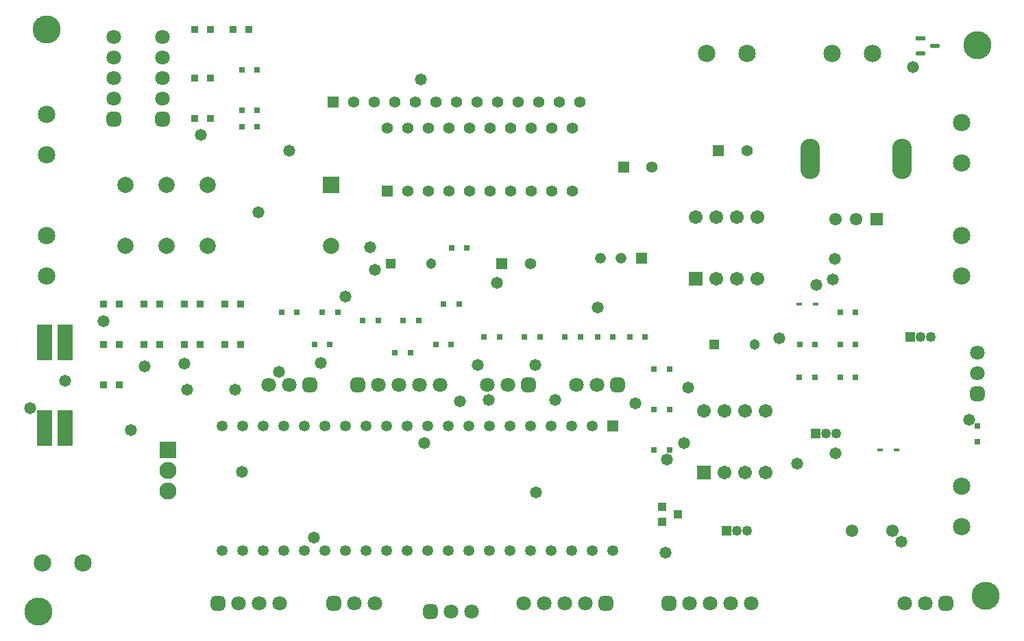
<source format=gts>
G04*
G04 #@! TF.GenerationSoftware,Altium Limited,Altium Designer,24.2.2 (26)*
G04*
G04 Layer_Color=8388736*
%FSLAX44Y44*%
%MOMM*%
G71*
G04*
G04 #@! TF.SameCoordinates,10A94CF6-3787-4B2F-9572-986175F5FC9A*
G04*
G04*
G04 #@! TF.FilePolarity,Negative*
G04*
G01*
G75*
%ADD17R,0.8532X0.8532*%
%ADD18R,0.8032X0.8032*%
%ADD19R,1.9832X4.4732*%
G04:AMPARAMS|DCode=20|XSize=1.2242mm|YSize=0.538mm|CornerRadius=0.269mm|HoleSize=0mm|Usage=FLASHONLY|Rotation=0.000|XOffset=0mm|YOffset=0mm|HoleType=Round|Shape=RoundedRectangle|*
%AMROUNDEDRECTD20*
21,1,1.2242,0.0000,0,0,0.0*
21,1,0.6863,0.5380,0,0,0.0*
1,1,0.5380,0.3431,0.0000*
1,1,0.5380,-0.3431,0.0000*
1,1,0.5380,-0.3431,0.0000*
1,1,0.5380,0.3431,0.0000*
%
%ADD20ROUNDEDRECTD20*%
%ADD21R,1.2242X0.5380*%
%ADD22R,0.8032X0.8032*%
%ADD23R,0.7100X0.4030*%
%ADD24R,1.1032X1.0032*%
%ADD25R,1.4032X1.4032*%
%ADD26C,1.4032*%
%ADD27C,2.1532*%
G04:AMPARAMS|DCode=28|XSize=2.4mm|YSize=5mm|CornerRadius=1.2mm|HoleSize=0mm|Usage=FLASHONLY|Rotation=180.000|XOffset=0mm|YOffset=0mm|HoleType=Round|Shape=RoundedRectangle|*
%AMROUNDEDRECTD28*
21,1,2.4000,2.6000,0,0,180.0*
21,1,0.0000,5.0000,0,0,180.0*
1,1,2.4000,0.0000,1.3000*
1,1,2.4000,0.0000,1.3000*
1,1,2.4000,0.0000,-1.3000*
1,1,2.4000,0.0000,-1.3000*
%
%ADD28ROUNDEDRECTD28*%
%ADD29C,1.5500*%
%ADD30R,1.5500X1.5500*%
%ADD31R,1.3932X1.3932*%
%ADD32C,1.3932*%
%ADD33C,1.8032*%
G04:AMPARAMS|DCode=34|XSize=1.8032mm|YSize=1.8032mm|CornerRadius=0.5016mm|HoleSize=0mm|Usage=FLASHONLY|Rotation=90.000|XOffset=0mm|YOffset=0mm|HoleType=Round|Shape=RoundedRectangle|*
%AMROUNDEDRECTD34*
21,1,1.8032,0.8000,0,0,90.0*
21,1,0.8000,1.8032,0,0,90.0*
1,1,1.0032,0.4000,0.4000*
1,1,1.0032,0.4000,-0.4000*
1,1,1.0032,-0.4000,-0.4000*
1,1,1.0032,-0.4000,0.4000*
%
%ADD34ROUNDEDRECTD34*%
%ADD35C,1.3032*%
%ADD36R,1.3032X1.3032*%
%ADD37C,1.7032*%
%ADD38R,1.7032X1.7032*%
%ADD39C,1.2532*%
%ADD40R,1.2532X1.2532*%
%ADD41C,2.1232*%
%ADD42R,2.1232X2.1232*%
G04:AMPARAMS|DCode=43|XSize=1.8032mm|YSize=1.8032mm|CornerRadius=0.5016mm|HoleSize=0mm|Usage=FLASHONLY|Rotation=180.000|XOffset=0mm|YOffset=0mm|HoleType=Round|Shape=RoundedRectangle|*
%AMROUNDEDRECTD43*
21,1,1.8032,0.8000,0,0,180.0*
21,1,0.8000,1.8032,0,0,180.0*
1,1,1.0032,-0.4000,0.4000*
1,1,1.0032,0.4000,0.4000*
1,1,1.0032,0.4000,-0.4000*
1,1,1.0032,-0.4000,-0.4000*
%
%ADD43ROUNDEDRECTD43*%
%ADD44C,1.3332*%
%ADD45R,1.3332X1.3332*%
%ADD46R,2.0000X2.0000*%
%ADD47C,2.0000*%
%ADD48C,1.5532*%
%ADD49C,1.3500*%
%ADD50R,1.3500X1.3500*%
%ADD51C,3.4732*%
%ADD52C,1.4732*%
D17*
X-987350Y730000D02*
D03*
X-1006850D02*
D03*
X-959500D02*
D03*
X-940000D02*
D03*
X-1006850Y620000D02*
D03*
X-987350D02*
D03*
X-1006850Y670000D02*
D03*
X-987350D02*
D03*
X-1100250Y340000D02*
D03*
X-1119750D02*
D03*
Y390000D02*
D03*
X-1100250D02*
D03*
X-1069750D02*
D03*
X-1050250D02*
D03*
X-1019750D02*
D03*
X-1000250D02*
D03*
X-969750D02*
D03*
X-950250D02*
D03*
X-1000250Y340000D02*
D03*
X-1019750D02*
D03*
X-1050250D02*
D03*
X-1069750D02*
D03*
X-1100250Y290000D02*
D03*
X-1119750D02*
D03*
X-950250Y340000D02*
D03*
X-969750D02*
D03*
D18*
X-930000Y680000D02*
D03*
X-949000D02*
D03*
X-930000Y610000D02*
D03*
X-949000D02*
D03*
X-930000Y630000D02*
D03*
X-949000D02*
D03*
X-240500Y340000D02*
D03*
X-259500D02*
D03*
X-241000Y300000D02*
D03*
X-260000D02*
D03*
X-190500Y380000D02*
D03*
X-209500D02*
D03*
X-859000Y340000D02*
D03*
X-840000D02*
D03*
X-849500Y380000D02*
D03*
X-830500D02*
D03*
X-899500D02*
D03*
X-880500D02*
D03*
X-209500Y340000D02*
D03*
X-190500D02*
D03*
X-209500Y300000D02*
D03*
X-190500D02*
D03*
X-439500Y310000D02*
D03*
X-420500D02*
D03*
X-759500Y330000D02*
D03*
X-740500D02*
D03*
X-439500Y260000D02*
D03*
X-420500D02*
D03*
X-799500Y370000D02*
D03*
X-780500D02*
D03*
X-689500Y460000D02*
D03*
X-670500D02*
D03*
X-439500Y210000D02*
D03*
X-420500D02*
D03*
X-749500Y370000D02*
D03*
X-730500D02*
D03*
X-599500Y350000D02*
D03*
X-580500D02*
D03*
X-649500D02*
D03*
X-630500D02*
D03*
X-709000Y340000D02*
D03*
X-690000D02*
D03*
X-699500Y390000D02*
D03*
X-680500D02*
D03*
X-530500Y350000D02*
D03*
X-549500D02*
D03*
X-490500D02*
D03*
X-509500D02*
D03*
X-450500D02*
D03*
X-469500D02*
D03*
D19*
X-1192700Y236950D02*
D03*
X-1167300D02*
D03*
Y343050D02*
D03*
X-1192700D02*
D03*
D20*
X-92796Y709500D02*
D03*
X-110000Y700000D02*
D03*
D21*
Y719000D02*
D03*
D22*
X-40000Y239500D02*
D03*
Y220500D02*
D03*
D23*
X-140050Y210000D02*
D03*
X-159950D02*
D03*
X-240050Y390000D02*
D03*
X-259950D02*
D03*
D24*
X-430000Y140000D02*
D03*
Y121000D02*
D03*
X-410000Y130500D02*
D03*
D25*
X-835700Y640000D02*
D03*
X-477100Y560000D02*
D03*
X-360000Y580000D02*
D03*
X-627500Y440000D02*
D03*
D26*
X-810300Y640000D02*
D03*
X-784900D02*
D03*
X-759500D02*
D03*
X-734100D02*
D03*
X-708700D02*
D03*
X-683300D02*
D03*
X-657900D02*
D03*
X-632500D02*
D03*
X-607100D02*
D03*
X-581700D02*
D03*
X-556300D02*
D03*
X-530900D02*
D03*
X-442100Y560000D02*
D03*
X-325000Y580000D02*
D03*
X-592500Y440000D02*
D03*
D27*
X-1195000Y70000D02*
D03*
X-1145000D02*
D03*
X-170000Y700000D02*
D03*
X-220000D02*
D03*
X-60000Y165000D02*
D03*
Y115000D02*
D03*
Y425000D02*
D03*
Y475000D02*
D03*
X-1190000Y625000D02*
D03*
Y575000D02*
D03*
Y475000D02*
D03*
Y425000D02*
D03*
X-60000Y615000D02*
D03*
Y565000D02*
D03*
X-325000Y700000D02*
D03*
X-375000D02*
D03*
D28*
X-247000Y570000D02*
D03*
X-133000D02*
D03*
D29*
X-215000Y495000D02*
D03*
X-190000D02*
D03*
D30*
X-165000D02*
D03*
D31*
X-769500Y530000D02*
D03*
D32*
X-744100D02*
D03*
X-718700D02*
D03*
X-693300D02*
D03*
X-667900D02*
D03*
X-642500D02*
D03*
X-617100D02*
D03*
X-591700D02*
D03*
X-566300D02*
D03*
X-540900D02*
D03*
Y607800D02*
D03*
X-566300D02*
D03*
X-591700D02*
D03*
X-617100D02*
D03*
X-642500D02*
D03*
X-667900D02*
D03*
X-693300D02*
D03*
X-718700D02*
D03*
X-744100D02*
D03*
X-769500D02*
D03*
D33*
X-1107100Y670000D02*
D03*
Y644600D02*
D03*
Y695400D02*
D03*
Y720800D02*
D03*
X-1047100Y670000D02*
D03*
Y644600D02*
D03*
Y695400D02*
D03*
Y720800D02*
D03*
X-130000Y20000D02*
D03*
X-104600D02*
D03*
X-40000Y330000D02*
D03*
Y304600D02*
D03*
X-370000Y20000D02*
D03*
X-395400D02*
D03*
X-344600D02*
D03*
X-319200D02*
D03*
X-550000D02*
D03*
X-524600D02*
D03*
X-575400D02*
D03*
X-600800D02*
D03*
X-645400Y290000D02*
D03*
X-620000D02*
D03*
X-915400D02*
D03*
X-890000D02*
D03*
X-664600Y10000D02*
D03*
X-690000D02*
D03*
X-754600Y290000D02*
D03*
X-780000D02*
D03*
X-729200D02*
D03*
X-703800D02*
D03*
X-784600Y20000D02*
D03*
X-810000D02*
D03*
X-535400Y290000D02*
D03*
X-510000D02*
D03*
X-901900Y20000D02*
D03*
X-927300D02*
D03*
X-952700D02*
D03*
D34*
X-1107100Y619200D02*
D03*
X-1047100D02*
D03*
X-40000Y279200D02*
D03*
D35*
X-315000Y340000D02*
D03*
X-715000Y440000D02*
D03*
D36*
X-365000Y340000D02*
D03*
X-765000Y440000D02*
D03*
D37*
X-311900Y498100D02*
D03*
X-337300D02*
D03*
X-362700D02*
D03*
X-388100D02*
D03*
X-311900Y421900D02*
D03*
X-337300D02*
D03*
X-362700D02*
D03*
X-301900Y258100D02*
D03*
X-327300D02*
D03*
X-352700D02*
D03*
X-378100D02*
D03*
X-301900Y181900D02*
D03*
X-327300D02*
D03*
X-352700D02*
D03*
D38*
X-388100Y421900D02*
D03*
X-378100Y181900D02*
D03*
D39*
X-214600Y230000D02*
D03*
X-227300D02*
D03*
X-97300Y350000D02*
D03*
X-110000D02*
D03*
X-324600Y110000D02*
D03*
X-337300D02*
D03*
D40*
X-240000Y230000D02*
D03*
X-122700Y350000D02*
D03*
X-350000Y110000D02*
D03*
D41*
X-1040000Y159200D02*
D03*
Y184600D02*
D03*
D42*
Y210000D02*
D03*
D43*
X-79200Y20000D02*
D03*
X-420800D02*
D03*
X-499200D02*
D03*
X-594600Y290000D02*
D03*
X-864600D02*
D03*
X-715400Y10000D02*
D03*
X-805400Y290000D02*
D03*
X-835400Y20000D02*
D03*
X-484600Y290000D02*
D03*
X-978100Y20000D02*
D03*
D44*
X-505400Y447000D02*
D03*
X-480000D02*
D03*
D45*
X-454600D02*
D03*
D46*
X-838500Y537500D02*
D03*
D47*
Y462500D02*
D03*
X-1041500Y537500D02*
D03*
X-990700D02*
D03*
X-1092300D02*
D03*
Y462500D02*
D03*
X-1041500D02*
D03*
X-990700D02*
D03*
D48*
X-195000Y110000D02*
D03*
X-145000D02*
D03*
D49*
X-490600Y85695D02*
D03*
X-516000D02*
D03*
X-541400D02*
D03*
X-566800D02*
D03*
X-592200D02*
D03*
X-617600D02*
D03*
X-643000D02*
D03*
X-668400D02*
D03*
X-693800D02*
D03*
X-719200D02*
D03*
X-744600D02*
D03*
X-770000D02*
D03*
X-795400D02*
D03*
X-820800D02*
D03*
X-846200D02*
D03*
X-871600D02*
D03*
X-897000D02*
D03*
X-922400D02*
D03*
X-947800D02*
D03*
X-973200D02*
D03*
Y240000D02*
D03*
X-947800D02*
D03*
X-922400D02*
D03*
X-897000D02*
D03*
X-871600D02*
D03*
X-846200D02*
D03*
X-820800D02*
D03*
X-795400D02*
D03*
X-770000D02*
D03*
X-744600D02*
D03*
X-719200D02*
D03*
X-693800D02*
D03*
X-668400D02*
D03*
X-643000D02*
D03*
X-617600D02*
D03*
X-592200D02*
D03*
X-566800D02*
D03*
X-541400D02*
D03*
X-516000D02*
D03*
D50*
X-490600D02*
D03*
D51*
X-1200000Y10000D02*
D03*
X-30000Y30000D02*
D03*
X-40000Y710000D02*
D03*
X-1190000Y730000D02*
D03*
D52*
X-1209840Y261637D02*
D03*
X-890352Y579622D02*
D03*
X-1119750Y368802D02*
D03*
X-134194Y96260D02*
D03*
X-425024Y83052D02*
D03*
X-728046Y667760D02*
D03*
X-948772Y182620D02*
D03*
X-239096Y413760D02*
D03*
X-790276Y460750D02*
D03*
X-585298Y157220D02*
D03*
X-1068914Y313684D02*
D03*
X-784688Y433064D02*
D03*
X-999318Y599688D02*
D03*
X-860126Y101848D02*
D03*
X-119716Y683000D02*
D03*
X-423754Y197860D02*
D03*
X-215474Y205734D02*
D03*
X-215982Y446272D02*
D03*
X-821010Y399790D02*
D03*
X-851380Y317494D02*
D03*
X-462870Y267202D02*
D03*
X-902798Y306826D02*
D03*
X-262718Y193288D02*
D03*
X-561676Y272028D02*
D03*
X-643464D02*
D03*
X-1016430Y284380D02*
D03*
X-679532Y269996D02*
D03*
X-633380Y416554D02*
D03*
X-723288Y218688D02*
D03*
X-402418D02*
D03*
X-285070Y347720D02*
D03*
X-657210Y314954D02*
D03*
X-586568D02*
D03*
X-509098Y386328D02*
D03*
X-1167212Y295396D02*
D03*
X-397680Y287180D02*
D03*
X-957408Y284220D02*
D03*
X-218776Y420618D02*
D03*
X-927944Y503930D02*
D03*
X-50130Y247260D02*
D03*
X-1085678Y234944D02*
D03*
X-1019750Y317050D02*
D03*
M02*

</source>
